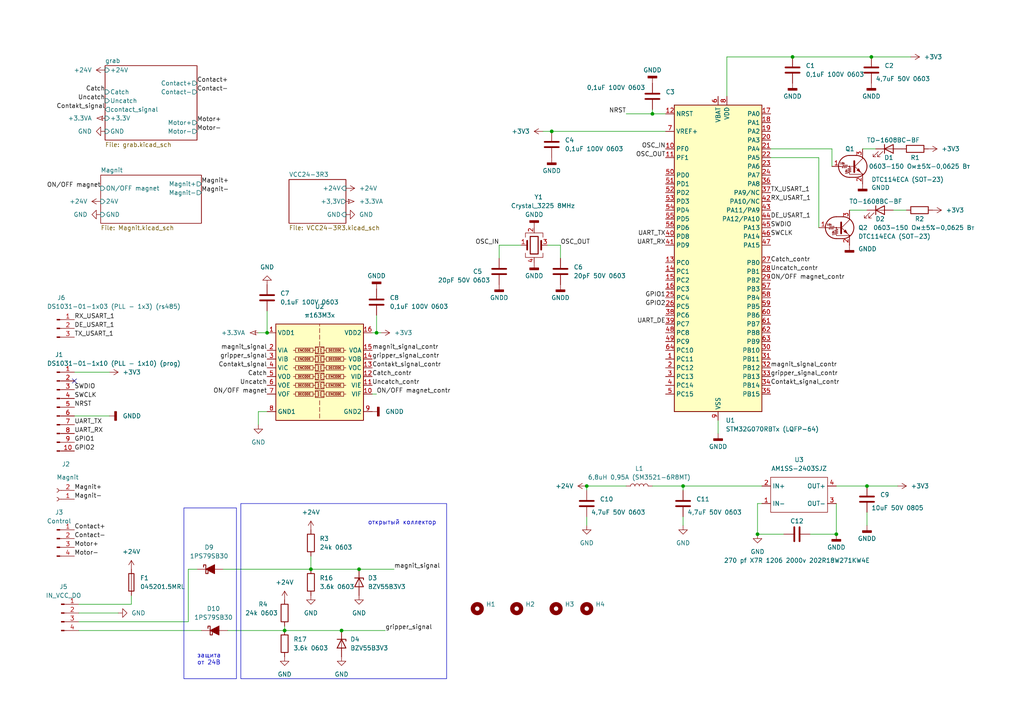
<source format=kicad_sch>
(kicad_sch (version 20230121) (generator eeschema)
  (paper "A4")
  (lib_symbols
    (symbol "+24V_1" (power) (pin_numbers hide) (pin_names (offset 0) hide)
      (property "Value" "+24V_1" (at 0 3.556 0))
      (symbol "+24V_1_1_1"
        (pin power_in line (at 0 0 90) (length 0) hide (name "+24V") (number "1"))
      )
    )
    (symbol "Connector:Conn_01x02_Socket" (pin_names (offset 1.016) hide)
      (property "Reference" "J" (at 0 2.54 0))
      (property "Value" "Conn_01x02_Socket" (at 0 -5.08 0))
      (symbol "Conn_01x02_Socket_1_1"
        (pin passive line (at -5.08 0 0) (length 3.81) (name "Pin_1") (number "1"))
        (pin passive line (at -5.08 -2.54 0) (length 3.81) (name "Pin_2") (number "2"))
      )
    )
    (symbol "Connector:Conn_01x03_Pin" (pin_names (offset 1.016) hide)
      (property "Reference" "J" (at 0 5.08 0))
      (property "Value" "Conn_01x03_Pin" (at 0 -5.08 0))
      (symbol "Conn_01x03_Pin_1_1"
        (pin passive line (at 5.08 2.54 180) (length 3.81) (name "Pin_1") (number "1"))
        (pin passive line (at 5.08 0 180) (length 3.81) (name "Pin_2") (number "2"))
        (pin passive line (at 5.08 -2.54 180) (length 3.81) (name "Pin_3") (number "3"))
      )
    )
    (symbol "Connector:Conn_01x04_Pin" (pin_names (offset 1.016) hide)
      (property "Reference" "J" (at 0 5.08 0))
      (property "Value" "Conn_01x04_Pin" (at 0 -7.62 0))
      (symbol "Conn_01x04_Pin_1_1"
        (pin passive line (at 5.08 2.54 180) (length 3.81) (name "Pin_1") (number "1"))
        (pin passive line (at 5.08 0 180) (length 3.81) (name "Pin_2") (number "2"))
        (pin passive line (at 5.08 -2.54 180) (length 3.81) (name "Pin_3") (number "3"))
        (pin passive line (at 5.08 -5.08 180) (length 3.81) (name "Pin_4") (number "4"))
      )
    )
    (symbol "Connector:Conn_01x10_Pin" (pin_names (offset 1.016) hide)
      (property "Reference" "J" (at 0 12.7 0))
      (property "Value" "Conn_01x10_Pin" (at 0 -15.24 0))
      (symbol "Conn_01x10_Pin_1_1"
        (pin passive line (at 5.08 10.16 180) (length 3.81) (name "Pin_1") (number "1"))
        (pin passive line (at 5.08 -12.7 180) (length 3.81) (name "Pin_10") (number "10"))
        (pin passive line (at 5.08 7.62 180) (length 3.81) (name "Pin_2") (number "2"))
        (pin passive line (at 5.08 5.08 180) (length 3.81) (name "Pin_3") (number "3"))
        (pin passive line (at 5.08 2.54 180) (length 3.81) (name "Pin_4") (number "4"))
        (pin passive line (at 5.08 0 180) (length 3.81) (name "Pin_5") (number "5"))
        (pin passive line (at 5.08 -2.54 180) (length 3.81) (name "Pin_6") (number "6"))
        (pin passive line (at 5.08 -5.08 180) (length 3.81) (name "Pin_7") (number "7"))
        (pin passive line (at 5.08 -7.62 180) (length 3.81) (name "Pin_8") (number "8"))
        (pin passive line (at 5.08 -10.16 180) (length 3.81) (name "Pin_9") (number "9"))
      )
    )
    (symbol "Converter_DCDC:AM1SS-"
      (property "Reference" "U" (at -1.27 2.54 0))
      (property "Value" "AM1SS-" (at 0 0 0))
      (symbol "AM1SS-_1_1"
        (pin input line (at -8.89 -5.08 0) (length 2.56) (name "IN-") (number "1"))
        (pin input line (at -8.89 -10.16 0) (length 2.56) (name "IN+") (number "2"))
        (pin output line (at 12.7 -5.08 180) (length 2.56) (name "OUT-") (number "3"))
        (pin output line (at 12.7 -10.16 180) (length 2.56) (name "OUT+") (number "4"))
      )
    )
    (symbol "Device:C" (pin_numbers hide) (pin_names (offset 0.254))
      (property "Reference" "C" (at 0.635 2.54 0))
      (property "Value" "C" (at 0.635 -2.54 0))
      (symbol "C_1_1"
        (pin passive line (at 0 3.81 270) (length 2.794) (name "~") (number "1"))
        (pin passive line (at 0 -3.81 90) (length 2.794) (name "~") (number "2"))
      )
    )
    (symbol "Device:Crystal_GND24" (pin_names (offset 1.016) hide)
      (property "Reference" "Y" (at 3.175 5.08 0))
      (property "Value" "Crystal_GND24" (at 3.175 3.175 0))
      (symbol "Crystal_GND24_1_1"
        (pin passive line (at -3.81 0 0) (length 1.27) (name "1") (number "1"))
        (pin passive line (at 0 5.08 270) (length 1.27) (name "2") (number "2"))
        (pin passive line (at 3.81 0 180) (length 1.27) (name "3") (number "3"))
        (pin passive line (at 0 -5.08 90) (length 1.27) (name "4") (number "4"))
      )
    )
    (symbol "Device:Fuse" (pin_numbers hide) (pin_names (offset 0))
      (property "Reference" "F" (at 2.032 0 90))
      (property "Value" "Fuse" (at -1.905 0 90))
      (symbol "Fuse_1_1"
        (pin passive line (at 0 3.81 270) (length 1.27) (name "~") (number "1"))
        (pin passive line (at 0 -3.81 90) (length 1.27) (name "~") (number "2"))
      )
    )
    (symbol "Device:L" (pin_numbers hide) (pin_names (offset 1.016) hide)
      (property "Reference" "L" (at -1.27 0 90))
      (property "Value" "L" (at 1.905 0 90))
      (symbol "L_1_1"
        (pin passive line (at 0 3.81 270) (length 1.27) (name "1") (number "1"))
        (pin passive line (at 0 -3.81 90) (length 1.27) (name "2") (number "2"))
      )
    )
    (symbol "Device:LED" (pin_numbers hide) (pin_names (offset 1.016) hide)
      (property "Reference" "D" (at 0 2.54 0))
      (property "Value" "LED" (at 0 -2.54 0))
      (symbol "LED_1_1"
        (pin passive line (at -3.81 0 0) (length 2.54) (name "K") (number "1"))
        (pin passive line (at 3.81 0 180) (length 2.54) (name "A") (number "2"))
      )
    )
    (symbol "Device:R" (pin_numbers hide) (pin_names (offset 0))
      (property "Reference" "R" (at 2.032 0 90))
      (property "Value" "R" (at 0 0 90))
      (symbol "R_1_1"
        (pin passive line (at 0 3.81 270) (length 1.27) (name "~") (number "1"))
        (pin passive line (at 0 -3.81 90) (length 1.27) (name "~") (number "2"))
      )
    )
    (symbol "Diode:BZV55B3V3" (pin_numbers hide) (pin_names hide)
      (property "Reference" "D" (at 0 2.54 0))
      (property "Value" "BZV55B3V3" (at 0 -2.54 0))
      (symbol "BZV55B3V3_1_1"
        (pin passive line (at -3.81 0 0) (length 2.54) (name "K") (number "1"))
        (pin passive line (at 3.81 0 180) (length 2.54) (name "A") (number "2"))
      )
    )
    (symbol "Isolator:π163M3x"
      (property "Reference" "U" (at 0 19.05 0))
      (property "Value" "π163M3x" (at 0 16.51 0))
      (symbol "π163M3x_0_0"
        (text "DECODE" (at -4.445 -5.08 0) (effects (font (size 0.635 0.635))))
        (text "DECODE" (at -4.445 -2.54 0) (effects (font (size 0.635 0.635))))
        (text "DECODE" (at -4.445 0 0) (effects (font (size 0.635 0.635))))
        (text "DECODE" (at 4.445 2.54 0) (effects (font (size 0.635 0.635))))
        (text "DECODE" (at 4.445 5.08 0) (effects (font (size 0.635 0.635))))
        (text "DECODE" (at 4.445 7.62 0) (effects (font (size 0.635 0.635))))
        (text "ENCODE" (at -4.445 2.54 0) (effects (font (size 0.635 0.635))))
        (text "ENCODE" (at -4.445 5.08 0) (effects (font (size 0.635 0.635))))
        (text "ENCODE" (at -4.445 7.62 0) (effects (font (size 0.635 0.635))))
        (text "ENCODE" (at 4.445 -5.08 0) (effects (font (size 0.635 0.635))))
        (text "ENCODE" (at 4.445 -2.54 0) (effects (font (size 0.635 0.635))))
        (text "ENCODE" (at 4.445 0 0) (effects (font (size 0.635 0.635))))
      )
      (symbol "π163M3x_1_1"
        (pin power_in line (at -15.24 12.7 0) (length 2.54) (name "VDD1") (number "1"))
        (pin input line (at 15.24 -5.08 180) (length 2.54) (name "VIF") (number "10"))
        (pin input line (at 15.24 -2.54 180) (length 2.54) (name "VIE") (number "11"))
        (pin input line (at 15.24 0 180) (length 2.54) (name "VID") (number "12"))
        (pin output line (at 15.24 2.54 180) (length 2.54) (name "VOC") (number "13"))
        (pin output line (at 15.24 5.08 180) (length 2.54) (name "VOB") (number "14"))
        (pin output line (at 15.24 7.62 180) (length 2.54) (name "VOA") (number "15"))
        (pin power_in line (at 15.24 12.7 180) (length 2.54) (name "VDD2") (number "16"))
        (pin input line (at -15.24 7.62 0) (length 2.54) (name "VIA") (number "2"))
        (pin input line (at -15.24 5.08 0) (length 2.54) (name "VIB") (number "3"))
        (pin input line (at -15.24 2.54 0) (length 2.54) (name "VIC") (number "4"))
        (pin output line (at -15.24 0 0) (length 2.54) (name "VOD") (number "5"))
        (pin output line (at -15.24 -2.54 0) (length 2.54) (name "VOE") (number "6"))
        (pin output line (at -15.24 -5.08 0) (length 2.54) (name "VOF") (number "7"))
        (pin power_in line (at -15.24 -10.16 0) (length 2.54) (name "GND1") (number "8"))
        (pin power_in line (at 15.24 -10.16 180) (length 2.54) (name "GND2") (number "9"))
      )
    )
    (symbol "MCU_ST_STM32G0:STM32G070RBTx"
      (property "Reference" "U" (at -12.7 46.99 0))
      (property "Value" "STM32G070RBTx" (at 5.08 46.99 0))
      (symbol "STM32G070RBTx_1_1"
        (pin bidirectional line (at -15.24 -27.94 0) (length 2.54) (name "PC11") (number "1"))
        (pin bidirectional line (at -15.24 33.02 0) (length 2.54) (name "PF0") (number "10"))
        (pin bidirectional line (at -15.24 30.48 0) (length 2.54) (name "PF1") (number "11"))
        (pin input line (at -15.24 43.18 0) (length 2.54) (name "NRST") (number "12"))
        (pin bidirectional line (at -15.24 0 0) (length 2.54) (name "PC0") (number "13"))
        (pin bidirectional line (at -15.24 -2.54 0) (length 2.54) (name "PC1") (number "14"))
        (pin bidirectional line (at -15.24 -5.08 0) (length 2.54) (name "PC2") (number "15"))
        (pin bidirectional line (at -15.24 -7.62 0) (length 2.54) (name "PC3") (number "16"))
        (pin bidirectional line (at 15.24 43.18 180) (length 2.54) (name "PA0") (number "17"))
        (pin bidirectional line (at 15.24 40.64 180) (length 2.54) (name "PA1") (number "18"))
        (pin bidirectional line (at 15.24 38.1 180) (length 2.54) (name "PA2") (number "19"))
        (pin bidirectional line (at -15.24 -30.48 0) (length 2.54) (name "PC12") (number "2"))
        (pin bidirectional line (at 15.24 35.56 180) (length 2.54) (name "PA3") (number "20"))
        (pin bidirectional line (at 15.24 33.02 180) (length 2.54) (name "PA4") (number "21"))
        (pin bidirectional line (at 15.24 30.48 180) (length 2.54) (name "PA5") (number "22"))
        (pin bidirectional line (at 15.24 27.94 180) (length 2.54) (name "PA6") (number "23"))
        (pin bidirectional line (at 15.24 25.4 180) (length 2.54) (name "PA7") (number "24"))
        (pin bidirectional line (at -15.24 -10.16 0) (length 2.54) (name "PC4") (number "25"))
        (pin bidirectional line (at -15.24 -12.7 0) (length 2.54) (name "PC5") (number "26"))
        (pin bidirectional line (at 15.24 0 180) (length 2.54) (name "PB0") (number "27"))
        (pin bidirectional line (at 15.24 -2.54 180) (length 2.54) (name "PB1") (number "28"))
        (pin bidirectional line (at 15.24 -5.08 180) (length 2.54) (name "PB2") (number "29"))
        (pin bidirectional line (at -15.24 -33.02 0) (length 2.54) (name "PC13") (number "3"))
        (pin bidirectional line (at 15.24 -25.4 180) (length 2.54) (name "PB10") (number "30"))
        (pin bidirectional line (at 15.24 -27.94 180) (length 2.54) (name "PB11") (number "31"))
        (pin bidirectional line (at 15.24 -30.48 180) (length 2.54) (name "PB12") (number "32"))
        (pin bidirectional line (at 15.24 -33.02 180) (length 2.54) (name "PB13") (number "33"))
        (pin bidirectional line (at 15.24 -35.56 180) (length 2.54) (name "PB14") (number "34"))
        (pin bidirectional line (at 15.24 -38.1 180) (length 2.54) (name "PB15") (number "35"))
        (pin bidirectional line (at 15.24 22.86 180) (length 2.54) (name "PA8") (number "36"))
        (pin bidirectional line (at 15.24 20.32 180) (length 2.54) (name "PA9/NC") (number "37"))
        (pin bidirectional line (at -15.24 -15.24 0) (length 2.54) (name "PC6") (number "38"))
        (pin bidirectional line (at -15.24 -17.78 0) (length 2.54) (name "PC7") (number "39"))
        (pin bidirectional line (at -15.24 -35.56 0) (length 2.54) (name "PC14") (number "4"))
        (pin bidirectional line (at -15.24 7.62 0) (length 2.54) (name "PD8") (number "40"))
        (pin bidirectional line (at -15.24 5.08 0) (length 2.54) (name "PD9") (number "41"))
        (pin bidirectional line (at 15.24 17.78 180) (length 2.54) (name "PA10/NC") (number "42"))
        (pin bidirectional line (at 15.24 15.24 180) (length 2.54) (name "PA11/PA9") (number "43"))
        (pin bidirectional line (at 15.24 12.7 180) (length 2.54) (name "PA12/PA10") (number "44"))
        (pin bidirectional line (at 15.24 10.16 180) (length 2.54) (name "PA13") (number "45"))
        (pin bidirectional line (at 15.24 7.62 180) (length 2.54) (name "PA14") (number "46"))
        (pin bidirectional line (at 15.24 5.08 180) (length 2.54) (name "PA15") (number "47"))
        (pin bidirectional line (at -15.24 -20.32 0) (length 2.54) (name "PC8") (number "48"))
        (pin bidirectional line (at -15.24 -22.86 0) (length 2.54) (name "PC9") (number "49"))
        (pin bidirectional line (at -15.24 -38.1 0) (length 2.54) (name "PC15") (number "5"))
        (pin bidirectional line (at -15.24 25.4 0) (length 2.54) (name "PD0") (number "50"))
        (pin bidirectional line (at -15.24 22.86 0) (length 2.54) (name "PD1") (number "51"))
        (pin bidirectional line (at -15.24 20.32 0) (length 2.54) (name "PD2") (number "52"))
        (pin bidirectional line (at -15.24 17.78 0) (length 2.54) (name "PD3") (number "53"))
        (pin bidirectional line (at -15.24 15.24 0) (length 2.54) (name "PD4") (number "54"))
        (pin bidirectional line (at -15.24 12.7 0) (length 2.54) (name "PD5") (number "55"))
        (pin bidirectional line (at -15.24 10.16 0) (length 2.54) (name "PD6") (number "56"))
        (pin bidirectional line (at 15.24 -7.62 180) (length 2.54) (name "PB3") (number "57"))
        (pin bidirectional line (at 15.24 -10.16 180) (length 2.54) (name "PB4") (number "58"))
        (pin bidirectional line (at 15.24 -12.7 180) (length 2.54) (name "PB5") (number "59"))
        (pin power_in line (at 0 48.26 270) (length 2.54) (name "VBAT") (number "6"))
        (pin bidirectional line (at 15.24 -15.24 180) (length 2.54) (name "PB6") (number "60"))
        (pin bidirectional line (at 15.24 -17.78 180) (length 2.54) (name "PB7") (number "61"))
        (pin bidirectional line (at 15.24 -20.32 180) (length 2.54) (name "PB8") (number "62"))
        (pin bidirectional line (at 15.24 -22.86 180) (length 2.54) (name "PB9") (number "63"))
        (pin bidirectional line (at -15.24 -25.4 0) (length 2.54) (name "PC10") (number "64"))
        (pin input line (at -15.24 38.1 0) (length 2.54) (name "VREF+") (number "7"))
        (pin power_in line (at 2.54 48.26 270) (length 2.54) (name "VDD") (number "8"))
        (pin power_in line (at 0 -45.72 90) (length 2.54) (name "VSS") (number "9"))
      )
    )
    (symbol "Mechanical:MountingHole" (pin_names (offset 1.016))
      (property "Reference" "H" (at 0 5.08 0))
      (property "Value" "MountingHole" (at 0 3.175 0))
    )
    (symbol "PCM_4ms_Power-symbol:+3.3VA" (power) (pin_numbers hide) (pin_names (offset 0) hide)
      (property "Value" "+3.3VA" (at 0 3.81 0))
      (symbol "+3.3VA_0_0"
        (pin power_in line (at 0 0 90) (length 0) hide (name "+3.3VA") (number "1"))
      )
    )
    (symbol "PCM_4ms_Power-symbol:GND" (power) (pin_numbers hide) (pin_names (offset 0) hide)
      (property "Value" "GND" (at 0 -3.81 0))
      (symbol "GND_1_1"
        (pin power_in line (at 0 0 270) (length 0) hide (name "GND") (number "1"))
      )
    )
    (symbol "PCM_Diode_Schottky_AKL:1PS79SB30" (pin_numbers hide) (pin_names (offset 1.016) hide)
      (property "Reference" "D" (at 0 6.35 0))
      (property "Value" "1PS79SB30" (at 0 3.81 0))
      (symbol "1PS79SB30_1_1"
        (pin passive line (at 3.81 0 180) (length 2.54) (name "K") (number "1"))
        (pin passive line (at -3.81 0 0) (length 2.54) (name "A") (number "2"))
      )
    )
    (symbol "Transistor_BJT:DTC114E" (pin_names (offset 0) hide)
      (property "Reference" "Q" (at 5.08 1.905 0))
      (property "Value" "DTC114E" (at 5.08 0 0))
      (symbol "DTC114E_0_0"
        (text "10k" (at -3.302 0.889 0) (effects (font (size 0.508 0.508))))
        (text "10k" (at -2.159 -1.524 900) (effects (font (size 0.508 0.508))))
      )
      (symbol "DTC114E_1_1"
        (pin input line (at -6.35 0 0) (length 2.54) (name "B") (number "1"))
        (pin passive line (at 2.54 -5.08 90) (length 2.54) (name "E") (number "2"))
        (pin passive line (at 2.54 5.08 270) (length 2.54) (name "C") (number "3"))
      )
    )
    (symbol "power:+3V3" (power) (pin_numbers hide) (pin_names (offset 0) hide)
      (property "Value" "+3V3" (at 0 3.556 0))
      (symbol "+3V3_1_1"
        (pin power_in line (at 0 0 90) (length 0) hide (name "+3V3") (number "1"))
      )
    )
    (symbol "power:GNDD" (power) (pin_numbers hide) (pin_names (offset 0) hide)
      (property "Value" "GNDD" (at 0 -3.175 0))
      (symbol "GNDD_1_1"
        (pin power_in line (at 0 0 270) (length 0) hide (name "GNDD") (number "1"))
      )
    )
  )
  (junction (at 189.23 33.02))
  (junction (at 82.55 182.88))
  (junction (at 104.14 165.1))
  (junction (at 251.46 140.97))
  (junction (at 229.87 16.51))
  (junction (at 198.12 140.97))
  (junction (at 90.17 165.1))
  (junction (at 160.02 38.1))
  (junction (at 252.73 16.51))
  (junction (at 77.47 96.52))
  (junction (at 99.06 182.88))
  (junction (at 170.18 140.97))
  (junction (at 109.22 96.52))
  (junction (at 242.57 154.94))
  (junction (at 219.71 154.94))
  (no_connect (at 21.59 110.49))
  (wire (pts (xy 160.02 38.1) (xy 193.04 38.1)))
  (wire (pts (xy 241.3 43.18) (xy 241.3 48.26)))
  (wire (pts (xy 107.95 114.3) (xy 109.22 114.3)))
  (wire (pts (xy 22.86 177.8) (xy 34.29 177.8)))
  (wire (pts (xy 210.82 16.51) (xy 229.87 16.51)))
  (wire (pts (xy 22.86 182.88) (xy 58.42 182.88)))
  (wire (pts (xy 82.55 182.88) (xy 99.06 182.88)))
  (wire (pts (xy 252.73 16.51) (xy 264.16 16.51)))
  (wire (pts (xy 54.61 165.1) (xy 54.61 180.34)))
  (wire (pts (xy 110.49 96.52) (xy 109.22 96.52)))
  (wire (pts (xy 189.23 33.02) (xy 189.23 31.75)))
  (wire (pts (xy 66.04 182.88) (xy 82.55 182.88)))
  (wire (pts (xy 219.71 154.94) (xy 227.33 154.94)))
  (wire (pts (xy 64.77 165.1) (xy 90.17 165.1)))
  (wire (pts (xy 237.49 45.72) (xy 223.52 45.72)))
  (wire (pts (xy 219.71 146.05) (xy 219.71 154.94)))
  (wire (pts (xy 151.13 71.12) (xy 144.78 71.12)))
  (wire (pts (xy 21.59 107.95) (xy 31.75 107.95)))
  (wire (pts (xy 229.87 16.51) (xy 252.73 16.51)))
  (wire (pts (xy 242.57 146.05) (xy 242.57 154.94)))
  (wire (pts (xy 181.61 33.02) (xy 189.23 33.02)))
  (wire (pts (xy 144.78 71.12) (xy 144.78 74.93)))
  (wire (pts (xy 74.93 119.38) (xy 74.93 123.19)))
  (wire (pts (xy 210.82 16.51) (xy 210.82 27.94)))
  (wire (pts (xy 158.75 71.12) (xy 162.56 71.12)))
  (wire (pts (xy 170.18 140.97) (xy 181.61 140.97)))
  (wire (pts (xy 193.04 33.02) (xy 189.23 33.02)))
  (wire (pts (xy 31.75 120.65) (xy 21.59 120.65)))
  (wire (pts (xy 77.47 90.17) (xy 77.47 96.52)))
  (wire (pts (xy 107.95 96.52) (xy 109.22 96.52)))
  (wire (pts (xy 22.86 175.26) (xy 38.1 175.26)))
  (wire (pts (xy 90.17 165.1) (xy 104.14 165.1)))
  (wire (pts (xy 220.98 146.05) (xy 219.71 146.05)))
  (wire (pts (xy 198.12 140.97) (xy 220.98 140.97)))
  (wire (pts (xy 82.55 181.61) (xy 82.55 182.88)))
  (wire (pts (xy 109.22 91.44) (xy 109.22 96.52)))
  (wire (pts (xy 189.23 140.97) (xy 198.12 140.97)))
  (wire (pts (xy 90.17 161.29) (xy 90.17 165.1)))
  (wire (pts (xy 254 43.18) (xy 250.19 43.18)))
  (wire (pts (xy 259.08 60.96) (xy 262.89 60.96)))
  (wire (pts (xy 251.46 148.59) (xy 251.46 152.4)))
  (wire (pts (xy 74.93 96.52) (xy 77.47 96.52)))
  (wire (pts (xy 54.61 165.1) (xy 57.15 165.1)))
  (wire (pts (xy 77.47 119.38) (xy 74.93 119.38)))
  (wire (pts (xy 234.95 154.94) (xy 242.57 154.94)))
  (wire (pts (xy 198.12 149.86) (xy 198.12 152.4)))
  (wire (pts (xy 99.06 182.88) (xy 111.76 182.88)))
  (wire (pts (xy 223.52 43.18) (xy 241.3 43.18)))
  (wire (pts (xy 170.18 149.86) (xy 170.18 152.4)))
  (wire (pts (xy 22.86 180.34) (xy 54.61 180.34)))
  (wire (pts (xy 38.1 175.26) (xy 38.1 172.72)))
  (wire (pts (xy 242.57 140.97) (xy 251.46 140.97)))
  (wire (pts (xy 157.48 38.1) (xy 160.02 38.1)))
  (wire (pts (xy 246.38 60.96) (xy 251.46 60.96)))
  (wire (pts (xy 170.18 142.24) (xy 170.18 140.97)))
  (wire (pts (xy 198.12 142.24) (xy 198.12 140.97)))
  (wire (pts (xy 162.56 71.12) (xy 162.56 74.93)))
  (wire (pts (xy 251.46 140.97) (xy 260.35 140.97)))
  (wire (pts (xy 237.49 45.72) (xy 237.49 66.04)))
  (wire (pts (xy 104.14 165.1) (xy 114.3 165.1)))
  (wire (pts (xy 208.28 121.92) (xy 208.28 125.73)))
  (rectangle (start 53.34 147.32) (end 68.58 196.85))
  (rectangle (start 69.85 146.05) (end 129.54 196.85))
  (text "защита\nот 24В" (at 57.15 193.04 0) (effects (font (size 1.27 1.27)) (justify left bottom)))
  (text "открытый коллектор" (at 106.68 152.4 0) (effects (font (size 1.27 1.27)) (justify left bottom)))
  (label "Magnit-" (at 58.42 55.88 0))
  (label "magnit_signal" (at 114.3 165.1 0))
  (label "Contact-" (at 57.15 26.67 0))
  (label "Motor-" (at 57.15 38.1 0))
  (label "UART_RX" (at 21.59 125.73 0))
  (label "NRST" (at 181.61 33.02 180))
  (label "magnit_signal" (at 77.47 101.6 180))
  (label "Catch" (at 77.47 109.22 180))
  (label "UART_TX" (at 193.04 68.58 180))
  (label "RX_USART_1" (at 21.59 92.71 0))
  (label "ON{slash}OFF magnet" (at 77.47 114.3 180))
  (label "SWCLK" (at 223.52 68.58 0))
  (label "SWDIO" (at 223.52 66.04 0))
  (label "Uncatch" (at 77.47 111.76 180))
  (label "OSC_IN" (at 193.04 43.18 180))
  (label "Contact+" (at 57.15 24.13 0))
  (label "GPIO1" (at 21.59 128.27 0))
  (label "TX_USART_1" (at 21.59 97.79 0))
  (label "UART_TX" (at 21.59 123.19 0))
  (label "OSC_OUT" (at 162.56 71.12 0))
  (label "UART_DE" (at 193.04 93.98 180))
  (label "Contact-" (at 21.59 156.21 0))
  (label "GPIO1" (at 193.04 86.36 180))
  (label "Magnit-" (at 21.59 144.78 0))
  (label "SWDIO" (at 21.59 113.03 0))
  (label "ON{slash}OFF magnet" (at 29.21 54.61 180))
  (label "OSC_IN" (at 144.78 71.12 180))
  (label "magnit_signal_contr" (at 223.52 106.68 0))
  (label "SWCLK" (at 21.59 115.57 0))
  (label "DE_USART_1" (at 223.52 63.5 0))
  (label "GPIO2" (at 21.59 130.81 0))
  (label "Contact+" (at 21.59 153.67 0))
  (label "UART_RX" (at 193.04 71.12 180))
  (label "DE_USART_1" (at 21.59 95.25 0))
  (label "gripper_signal" (at 111.76 182.88 0))
  (label "Contakt_signal" (at 30.48 31.75 180))
  (label "magnit_signal_contr" (at 107.95 101.6 0))
  (label "Contakt_signal_contr" (at 223.52 111.76 0))
  (label "RX_USART_1" (at 223.52 58.42 0))
  (label "Motor-" (at 21.59 161.29 0))
  (label "gripper_signal_contr" (at 223.52 109.22 0))
  (label "Contakt_signal" (at 77.47 106.68 180))
  (label "Uncatch_contr" (at 223.52 78.74 0))
  (label "OSC_OUT" (at 193.04 45.72 180))
  (label "gripper_signal_contr" (at 107.95 104.14 0))
  (label "Magnit+" (at 58.42 53.34 0))
  (label "Catch" (at 30.48 26.67 180))
  (label "Magnit+" (at 21.59 142.24 0))
  (label "Motor+" (at 57.15 35.56 0))
  (label "NRST" (at 21.59 118.11 0))
  (label "ON{slash}OFF magnet_contr" (at 109.22 114.3 0))
  (label "Uncatch_contr" (at 107.95 111.76 0))
  (label "Catch_contr" (at 107.95 109.22 0))
  (label "TX_USART_1" (at 223.52 55.88 0))
  (label "GPIO2" (at 193.04 88.9 180))
  (label "gripper_signal" (at 77.47 104.14 180))
  (label "Catch_contr" (at 223.52 76.2 0))
  (label "Contakt_signal_contr" (at 107.95 106.68 0))
  (label "Motor+" (at 21.59 158.75 0))
  (label "ON{slash}OFF magnet_contr" (at 223.52 81.28 0))
  (label "Uncatch" (at 30.48 29.21 180))
  (symbol (lib_name "+24V_1") (lib_id "power:+24V") (at 170.18 140.97 90) (unit 1)
    (property "Reference" "#PWR035" (effects hide))
    (property "Value" "+24V" (at 166.37 140.97 90) (effects (justify left)))
  )
  (symbol (lib_id "power:GNDD") (at 189.23 24.13 180) (unit 1)
    (property "Reference" "#PWR03" (effects hide))
    (property "Value" "GNDD" (at 189.23 20.32 0))
  )
  (symbol (lib_id "Device:C") (at 109.22 87.63 0) (unit 1)
    (property "Reference" "C8" (at 113.03 86.36 0) (effects (justify left)))
    (property "Value" "0,1uF 100V 0603" (at 113.03 88.9 0) (effects (justify left)))
    (property "Footprint" "Capacitor_SMD:C_0603_1608Metric" (effects hide))
  )
  (symbol (lib_name "+24V_1") (lib_id "power:+24V") (at 38.1 165.1 0) (unit 1)
    (property "Reference" "#PWR043" (effects hide))
    (property "Value" "+24V" (at 38.1 160.02 0))
  )
  (symbol (lib_id "Device:C") (at 229.87 20.32 0) (unit 1)
    (property "Reference" "C1" (at 233.68 19.05 0) (effects (justify left)))
    (property "Value" "0,1uF 100V 0603" (at 233.68 21.59 0) (effects (justify left)))
    (property "Footprint" "Capacitor_SMD:C_0603_1608Metric" (effects hide))
  )
  (symbol (lib_id "PCM_4ms_Power-symbol:+3.3VA") (at 100.33 58.42 270) (unit 1)
    (property "Reference" "#PWR016" (effects hide))
    (property "Value" "+3.3VA" (at 104.14 58.42 90) (effects (justify left)))
  )
  (symbol (lib_id "Mechanical:MountingHole") (at 149.86 176.53 0) (unit 1)
    (property "Reference" "H2" (at 152.4 175.26 0) (effects (justify left)))
    (property "Value" "MountingHole" (effects hide))
    (property "Footprint" "MountingHole:MountingHole_2.5mm" (effects hide))
  )
  (symbol (lib_id "Device:R") (at 266.7 60.96 90) (unit 1)
    (property "Reference" "R2" (at 266.7 63.5 90))
    (property "Value" "0603-150 Ом±5%-0,0625 Вт" (at 267.97 66.04 90))
    (property "Footprint" "Resistor_SMD:R_0603_1608Metric" (effects hide))
  )
  (symbol (lib_id "power:GNDD") (at 250.19 53.34 0) (unit 1)
    (property "Reference" "#PWR013" (effects hide))
    (property "Value" "GNDD" (at 252.73 54.4195 0) (effects (justify left)))
  )
  (symbol (lib_name "+24V_1") (lib_id "power:+24V") (at 29.21 58.42 90) (mirror x) (unit 1)
    (property "Reference" "#PWR015" (effects hide))
    (property "Value" "+24V" (at 25.4 58.42 90) (effects (justify left)))
  )
  (symbol (lib_id "power:GNDD") (at 160.02 45.72 0) (unit 1)
    (property "Reference" "#PWR012" (effects hide))
    (property "Value" "GNDD" (at 160.02 49.53 0))
  )
  (symbol (lib_id "Transistor_BJT:DTC114E") (at 247.65 48.26 0) (unit 1)
    (property "Reference" "Q1" (at 245.11 43.18 0) (effects (justify left)))
    (property "Value" "DTC114ECA (SOT-23)" (at 252.73 52.07 0) (effects (justify left)))
    (property "Footprint" "Package_TO_SOT_SMD:SOT-23" (effects hide))
  )
  (symbol (lib_id "PCM_4ms_Power-symbol:GND") (at 99.06 190.5 0) (unit 1)
    (property "Reference" "#PWR045" (effects hide))
    (property "Value" "GND" (at 99.06 195.58 0))
  )
  (symbol (lib_id "power:+3V3") (at 264.16 16.51 270) (unit 1)
    (property "Reference" "#PWR01" (effects hide))
    (property "Value" "+3V3" (at 267.97 16.51 90) (effects (justify left)))
  )
  (symbol (lib_id "Transistor_BJT:DTC114E") (at 243.84 66.04 0) (unit 1)
    (property "Reference" "Q2" (at 248.92 66.04 0) (effects (justify left)))
    (property "Value" "DTC114ECA (SOT-23)" (at 248.92 68.58 0) (effects (justify left)))
    (property "Footprint" "Package_TO_SOT_SMD:SOT-23" (effects hide))
  )
  (symbol (lib_id "PCM_4ms_Power-symbol:GND") (at 100.33 62.23 90) (unit 1)
    (property "Reference" "#PWR019" (effects hide))
    (property "Value" "GND" (at 104.14 62.23 90) (effects (justify right)))
  )
  (symbol (lib_id "power:+3V3") (at 269.24 43.18 270) (unit 1)
    (property "Reference" "#PWR011" (effects hide))
    (property "Value" "+3V3" (at 273.05 43.18 90) (effects (justify left)))
  )
  (symbol (lib_id "Device:C") (at 198.12 146.05 0) (unit 1)
    (property "Reference" "C11" (at 201.93 144.78 0) (effects (justify left)))
    (property "Value" "4,7uF 50V 0603" (at 199.39 148.59 0) (effects (justify left)))
    (property "Footprint" "PCM_Capacitor_SMD_AKL:C_0603_1608Metric" (effects hide))
  )
  (symbol (lib_id "power:+3V3") (at 270.51 60.96 270) (unit 1)
    (property "Reference" "#PWR017" (effects hide))
    (property "Value" "+3V3" (at 274.32 60.96 90) (effects (justify left)))
  )
  (symbol (lib_id "PCM_4ms_Power-symbol:GND") (at 90.17 172.72 0) (unit 1)
    (property "Reference" "#PWR054" (effects hide))
    (property "Value" "GND" (at 90.17 177.8 0))
  )
  (symbol (lib_name "+24V_1") (lib_id "power:+24V") (at 82.55 173.99 0) (unit 1)
    (property "Reference" "#PWR057" (effects hide))
    (property "Value" "+24V" (at 82.55 168.91 0))
  )
  (symbol (lib_id "Device:R") (at 90.17 157.48 0) (unit 1)
    (property "Reference" "R3" (at 92.71 156.21 0) (effects (justify left)))
    (property "Value" "24k 0603" (at 92.71 158.75 0) (effects (justify left)))
    (property "Footprint" "Resistor_SMD:R_0603_1608Metric" (effects hide))
  )
  (symbol (lib_name "+24V_1") (lib_id "power:+24V") (at 100.33 54.61 270) (unit 1)
    (property "Reference" "#PWR014" (effects hide))
    (property "Value" "+24V" (at 104.14 54.61 90) (effects (justify left)))
  )
  (symbol (lib_id "Device:LED") (at 255.27 60.96 0) (unit 1)
    (property "Reference" "D2" (at 255.27 63.5 0))
    (property "Value" "TO-1608BC-BF" (at 254 58.42 0))
    (property "Footprint" "LED_SMD:LED_0603_1608Metric" (effects hide))
  )
  (symbol (lib_id "Device:R") (at 90.17 168.91 0) (unit 1)
    (property "Reference" "R16" (at 92.71 167.64 0) (effects (justify left)))
    (property "Value" "3.6k 0603" (at 92.71 170.18 0) (effects (justify left)))
    (property "Footprint" "Resistor_SMD:R_0603_1608Metric" (effects hide))
  )
  (symbol (lib_id "power:+3V3") (at 157.48 38.1 90) (unit 1)
    (property "Reference" "#PWR010" (effects hide))
    (property "Value" "+3V3" (at 153.67 38.1 90) (effects (justify left)))
  )
  (symbol (lib_id "Device:C") (at 189.23 27.94 0) (unit 1)
    (property "Reference" "C3" (at 193.04 26.67 0) (effects (justify left)))
    (property "Value" "0,1uF 100V 0603" (at 170.18 25.4 0) (effects (justify left)))
    (property "Footprint" "Capacitor_SMD:C_0603_1608Metric" (effects hide))
  )
  (symbol (lib_id "Connector:Conn_01x04_Pin") (at 16.51 156.21 0) (unit 1) (in_bom no)
    (property "Reference" "J3" (at 17.145 148.59 0))
    (property "Value" "Control" (at 17.145 151.13 0))
    (property "Footprint" "Connector:PAD_1.5x2mm_4" (effects hide))
  )
  (symbol (lib_id "Device:Crystal_GND24") (at 154.94 71.12 0) (unit 1)
    (property "Reference" "Y1" (at 156.21 57.15 0))
    (property "Value" "Crystal_3225 8MHz" (at 157.48 59.69 0))
    (property "Footprint" "PCM_Crystal_AKL:Crystal_SMD_3225-4Pin_3.2x2.5mm" (effects hide))
  )
  (symbol (lib_id "Device:C") (at 231.14 154.94 90) (unit 1)
    (property "Reference" "C12" (at 231.14 151.13 90))
    (property "Value" "270 pf X7R 1206 2000v 202R18W271KW4E" (at 231.14 162.56 90))
    (property "Footprint" "PCM_Capacitor_SMD_Handsoldering_AKL:C_1210_3225Metric_Pad1.42x2.65mm" (effects hide))
  )
  (symbol (lib_id "PCM_4ms_Power-symbol:+3.3VA") (at 74.93 96.52 90) (unit 1)
    (property "Reference" "#PWR030" (effects hide))
    (property "Value" "+3.3VA" (at 71.12 96.52 90) (effects (justify left)))
  )
  (symbol (lib_id "MCU_ST_STM32G0:STM32G070RBTx") (at 208.28 76.2 0) (unit 1)
    (property "Reference" "U1" (at 210.4741 121.92 0) (effects (justify left)))
    (property "Value" "STM32G070RBTx (LQFP-64)" (at 210.4741 124.46 0) (effects (justify left)))
    (property "Footprint" "Package_QFP:LQFP-64_10x10mm_P0.5mm" (effects hide))
    (property "Datasheet" "https://www.st.com/resource/en/datasheet/stm32g070rb.pdf" (effects hide))
  )
  (symbol (lib_id "Device:C") (at 170.18 146.05 0) (unit 1)
    (property "Reference" "C10" (at 173.99 144.78 0) (effects (justify left)))
    (property "Value" "4,7uF 50V 0603" (at 171.45 148.59 0) (effects (justify left)))
    (property "Footprint" "PCM_Capacitor_SMD_AKL:C_0603_1608Metric" (effects hide))
  )
  (symbol (lib_id "Mechanical:MountingHole") (at 138.43 176.53 0) (unit 1)
    (property "Reference" "H1" (at 140.97 175.26 0) (effects (justify left)))
    (property "Value" "MountingHole" (effects hide))
    (property "Footprint" "MountingHole:MountingHole_2.5mm" (effects hide))
  )
  (symbol (lib_id "PCM_4ms_Power-symbol:GND") (at 198.12 152.4 0) (unit 1)
    (property "Reference" "#PWR038" (effects hide))
    (property "Value" "GND" (at 198.12 157.48 0))
  )
  (symbol (lib_id "Device:C") (at 252.73 20.32 0) (unit 1)
    (property "Reference" "C2" (at 256.54 19.05 0) (effects (justify left)))
    (property "Value" "4,7uF 50V 0603" (at 254 22.86 0) (effects (justify left)))
    (property "Footprint" "PCM_Capacitor_SMD_AKL:C_0603_1608Metric" (effects hide))
  )
  (symbol (lib_id "Device:C") (at 77.47 86.36 0) (unit 1)
    (property "Reference" "C7" (at 81.28 85.09 0) (effects (justify left)))
    (property "Value" "0,1uF 100V 0603" (at 81.28 87.63 0) (effects (justify left)))
    (property "Footprint" "Capacitor_SMD:C_0603_1608Metric" (effects hide))
  )
  (symbol (lib_id "PCM_4ms_Power-symbol:GND") (at 30.48 38.1 270) (mirror x) (unit 1)
    (property "Reference" "#PWR09" (effects hide))
    (property "Value" "GND" (at 26.67 38.1 90) (effects (justify right)))
  )
  (symbol (lib_id "Device:L") (at 185.42 140.97 90) (unit 1)
    (property "Reference" "L1" (at 185.42 135.89 90))
    (property "Value" "6,8uH 0,95A (SM3521-6R8MT)" (at 185.42 138.43 90))
    (property "Footprint" "PCM_Inductor_SMD_Handsoldering_AKL:L_Wuerth_MAPI-3020" (effects hide))
  )
  (symbol (lib_id "Device:C") (at 144.78 78.74 0) (unit 1)
    (property "Reference" "C5" (at 137.16 78.74 0) (effects (justify left)))
    (property "Value" "20pF 50V 0603" (at 127 81.28 0) (effects (justify left)))
    (property "Footprint" "Capacitor_SMD:C_0603_1608Metric" (effects hide))
  )
  (symbol (lib_id "PCM_4ms_Power-symbol:GND") (at 29.21 62.23 270) (mirror x) (unit 1)
    (property "Reference" "#PWR018" (effects hide))
    (property "Value" "GND" (at 25.4 62.23 90) (effects (justify right)))
  )
  (symbol (lib_id "Device:R") (at 82.55 177.8 180) (unit 1)
    (property "Reference" "R4" (at 74.93 175.26 0) (effects (justify right)))
    (property "Value" "24k 0603" (at 71.12 177.8 0) (effects (justify right)))
    (property "Footprint" "Resistor_SMD:R_0603_1608Metric" (effects hide))
  )
  (symbol (lib_id "power:GNDD") (at 251.46 152.4 0) (unit 1)
    (property "Reference" "#PWR039" (effects hide))
    (property "Value" "GNDD" (at 251.46 156.21 0))
  )
  (symbol (lib_id "Diode:BZV55B3V3") (at 99.06 186.69 270) (unit 1)
    (property "Reference" "D4" (at 101.6 185.42 90) (effects (justify left)))
    (property "Value" "BZV55B3V3" (at 101.6 187.96 90) (effects (justify left)))
    (property "Footprint" "Diode_SMD:D_MiniMELF" (effects hide))
    (property "Datasheet" "https://assets.nexperia.com/documents/data-sheet/BZV55_SER.pdf" (effects hide))
  )
  (symbol (lib_id "power:GNDD") (at 229.87 24.13 0) (unit 1)
    (property "Reference" "#PWR04" (effects hide))
    (property "Value" "GNDD" (at 229.87 27.94 0))
  )
  (symbol (lib_id "PCM_4ms_Power-symbol:GND") (at 82.55 190.5 0) (unit 1)
    (property "Reference" "#PWR055" (effects hide))
    (property "Value" "GND" (at 82.55 195.58 0))
  )
  (symbol (lib_id "Connector:Conn_01x02_Socket") (at 16.51 144.78 180) (unit 1) (in_bom no)
    (property "Reference" "J2" (at 20.32 134.62 0) (effects (justify left)))
    (property "Value" "Magnit" (at 22.86 138.43 0) (effects (justify left)))
    (property "Footprint" "Connector:PAD_1.5x2mm_2" (effects hide))
  )
  (symbol (lib_id "Device:R") (at 265.43 43.18 90) (unit 1)
    (property "Reference" "R1" (at 265.43 45.72 90))
    (property "Value" "0603-150 Ом±5%-0,0625 Вт" (at 266.7 48.26 90))
    (property "Footprint" "Resistor_SMD:R_0603_1608Metric" (effects hide))
  )
  (symbol (lib_name "+24V_1") (lib_id "power:+24V") (at 90.17 153.67 0) (unit 1)
    (property "Reference" "#PWR056" (effects hide))
    (property "Value" "+24V" (at 90.17 148.59 0))
  )
  (symbol (lib_id "Device:C") (at 251.46 144.78 0) (unit 1)
    (property "Reference" "C9" (at 255.27 143.51 0) (effects (justify left)))
    (property "Value" "10uF 50V 0805" (at 252.73 147.32 0) (effects (justify left)))
    (property "Footprint" "PCM_Capacitor_SMD_AKL:C_0805_2012Metric" (effects hide))
  )
  (symbol (lib_id "Diode:BZV55B3V3") (at 104.14 168.91 270) (unit 1)
    (property "Reference" "D3" (at 106.68 167.64 90) (effects (justify left)))
    (property "Value" "BZV55B3V3" (at 106.68 170.18 90) (effects (justify left)))
    (property "Footprint" "Diode_SMD:D_MiniMELF" (effects hide))
    (property "Datasheet" "https://assets.nexperia.com/documents/data-sheet/BZV55_SER.pdf" (effects hide))
  )
  (symbol (lib_id "PCM_Diode_Schottky_AKL:1PS79SB30") (at 62.23 182.88 180) (unit 1)
    (property "Reference" "D10" (at 61.9125 176.53 0))
    (property "Value" "1PS79SB30" (at 61.9125 179.07 0))
    (property "Footprint" "Diode_SMD:D_SOD-523" (effects hide))
    (property "Datasheet" "https://www.tme.eu/Document/b834b7aafe3a6b0253cfd236312b91c0/1PS79SB30.pdf" (effects hide))
  )
  (symbol (lib_id "Device:Fuse") (at 38.1 168.91 0) (unit 1)
    (property "Reference" "F1" (at 40.64 167.64 0) (effects (justify left)))
    (property "Value" "045201.5MRL" (at 40.64 170.18 0) (effects (justify left)))
    (property "Footprint" "Fuse:Fuse_Littelfuse-NANO2-451_453" (effects hide))
  )
  (symbol (lib_id "power:GNDD") (at 31.75 120.65 90) (unit 1)
    (property "Reference" "#PWR026" (effects hide))
    (property "Value" "GNDD" (at 35.56 120.65 90) (effects (justify right)))
  )
  (symbol (lib_id "power:GNDD") (at 208.28 125.73 0) (unit 1)
    (property "Reference" "#PWR032" (effects hide))
    (property "Value" "GNDD" (at 208.28 129.54 0))
  )
  (symbol (lib_id "PCM_4ms_Power-symbol:GND") (at 170.18 152.4 0) (unit 1)
    (property "Reference" "#PWR037" (effects hide))
    (property "Value" "GND" (at 170.18 157.48 0))
  )
  (symbol (lib_id "Connector:Conn_01x03_Pin") (at 16.51 95.25 0) (unit 1)
    (property "Reference" "J6" (at 17.78 86.36 0))
    (property "Value" "DS1031-01-1х03 (PLL - 1х3) (rs485)" (at 33.02 88.9 0))
    (property "Footprint" "Connector_PinHeader_1.27mm:PinHeader_1x03_P1.27mm_Vertical" (effects hide))
  )
  (symbol (lib_id "power:GNDD") (at 154.94 76.2 0) (unit 1)
    (property "Reference" "#PWR022" (effects hide))
    (property "Value" "GNDD" (at 154.94 80.01 0))
  )
  (symbol (lib_id "Device:C") (at 162.56 78.74 0) (unit 1)
    (property "Reference" "C6" (at 166.37 77.47 0) (effects (justify left)))
    (property "Value" "20pF 50V 0603" (at 166.37 80.01 0) (effects (justify left)))
    (property "Footprint" "Capacitor_SMD:C_0603_1608Metric" (effects hide))
  )
  (symbol (lib_id "PCM_4ms_Power-symbol:GND") (at 219.71 154.94 0) (unit 1)
    (property "Reference" "#PWR040" (effects hide))
    (property "Value" "GND" (at 219.71 160.02 0))
  )
  (symbol (lib_id "PCM_4ms_Power-symbol:GND") (at 74.93 123.19 0) (unit 1)
    (property "Reference" "#PWR034" (effects hide))
    (property "Value" "GND" (at 74.93 128.27 0))
  )
  (symbol (lib_id "PCM_Diode_Schottky_AKL:1PS79SB30") (at 60.96 165.1 180) (unit 1)
    (property "Reference" "D9" (at 60.6425 158.75 0))
    (property "Value" "1PS79SB30" (at 60.6425 161.29 0))
    (property "Footprint" "Diode_SMD:D_SOD-523" (effects hide))
    (property "Datasheet" "https://www.tme.eu/Document/b834b7aafe3a6b0253cfd236312b91c0/1PS79SB30.pdf" (effects hide))
  )
  (symbol (lib_id "PCM_4ms_Power-symbol:GND") (at 104.14 172.72 0) (unit 1)
    (property "Reference" "#PWR042" (effects hide))
    (property "Value" "GND" (at 104.14 177.8 0))
  )
  (symbol (lib_id "Device:C") (at 160.02 41.91 0) (unit 1)
    (property "Reference" "C4" (at 163.83 40.64 0) (effects (justify left)))
    (property "Value" "0,1uF 100V 0603" (at 163.83 43.18 0) (effects (justify left)))
    (property "Footprint" "Capacitor_SMD:C_0603_1608Metric" (effects hide))
  )
  (symbol (lib_id "Mechanical:MountingHole") (at 161.29 176.53 0) (unit 1)
    (property "Reference" "H3" (at 163.83 175.26 0) (effects (justify left)))
    (property "Value" "MountingHole" (effects hide))
    (property "Footprint" "MountingHole:MountingHole_2.5mm" (effects hide))
  )
  (symbol (lib_id "PCM_4ms_Power-symbol:GND") (at 34.29 177.8 90) (unit 1)
    (property "Reference" "#PWR044" (effects hide))
    (property "Value" "GND" (at 38.1 177.8 90) (effects (justify right)))
  )
  (symbol (lib_id "power:+3V3") (at 110.49 96.52 270) (unit 1)
    (property "Reference" "#PWR031" (effects hide))
    (property "Value" "+3V3" (at 114.3 96.52 90) (effects (justify left)))
  )
  (symbol (lib_id "Converter_DCDC:AM1SS-") (at 229.87 151.13 0) (mirror x) (unit 1)
    (property "Reference" "U3" (at 231.775 133.35 0))
    (property "Value" "AM1SS-2403SJZ" (at 231.775 135.89 0))
    (property "Footprint" "Converter_DCDC:Converter_DCDC_Murata_MEE1SxxxxSC_THT" (effects hide))
    (property "Datasheet" "https://www.aimtec.com/site/Aimtec/files/Datasheet/HighResolution/am1ss-jz.pdf" (effects hide))
  )
  (symbol (lib_id "power:+3V3") (at 260.35 140.97 270) (unit 1)
    (property "Reference" "#PWR036" (effects hide))
    (property "Value" "+3V3" (at 264.16 140.97 90) (effects (justify left)))
  )
  (symbol (lib_id "Mechanical:MountingHole") (at 170.18 176.53 0) (unit 1)
    (property "Reference" "H4" (at 172.72 175.26 0) (effects (justify left)))
    (property "Value" "MountingHole" (effects hide))
    (property "Footprint" "MountingHole:MountingHole_2.5mm" (effects hide))
  )
  (symbol (lib_id "PCM_4ms_Power-symbol:+3.3VA") (at 30.48 34.29 90) (mirror x) (unit 1)
    (property "Reference" "#PWR07" (effects hide))
    (property "Value" "+3.3VA" (at 26.67 34.29 90) (effects (justify left)))
  )
  (symbol (lib_id "power:GNDD") (at 252.73 24.13 0) (unit 1)
    (property "Reference" "#PWR05" (effects hide))
    (property "Value" "GNDD" (at 252.73 27.94 0))
  )
  (symbol (lib_id "power:+3V3") (at 31.75 107.95 270) (unit 1)
    (property "Reference" "#PWR025" (effects hide))
    (property "Value" "+3V3" (at 35.56 107.95 90) (effects (justify left)))
  )
  (symbol (lib_id "power:GNDD") (at 242.57 154.94 0) (unit 1)
    (property "Reference" "#PWR041" (effects hide))
    (property "Value" "GNDD" (at 242.57 158.75 0))
  )
  (symbol (lib_id "power:GNDD") (at 246.38 71.12 0) (unit 1)
    (property "Reference" "#PWR021" (effects hide))
    (property "Value" "GNDD" (at 248.92 72.1995 0) (effects (justify left)))
  )
  (symbol (lib_id "Connector:Conn_01x04_Pin") (at 17.78 177.8 0) (unit 1) (in_bom no)
    (property "Reference" "J5" (at 18.415 170.18 0))
    (property "Value" "IN_VCC_DO" (at 18.415 172.72 0))
    (property "Footprint" "Connector:PAD_1.5x2mm_4" (effects hide))
  )
  (symbol (lib_id "Device:R") (at 82.55 186.69 0) (unit 1)
    (property "Reference" "R17" (at 85.09 185.42 0) (effects (justify left)))
    (property "Value" "3.6k 0603" (at 85.09 187.96 0) (effects (justify left)))
    (property "Footprint" "Resistor_SMD:R_0603_1608Metric" (effects hide))
  )
  (symbol (lib_id "Connector:Conn_01x10_Pin") (at 16.51 118.11 0) (unit 1)
    (property "Reference" "J1" (at 17.145 102.87 0))
    (property "Value" "DS1031-01-1х10 (PLL - 1x10) (prog)" (at 33.02 105.41 0))
    (property "Footprint" "Connector_PinHeader_1.27mm:PinHeader_1x10_P1.27mm_Vertical" (effects hide))
  )
  (symbol (lib_id "PCM_4ms_Power-symbol:GND") (at 77.47 82.55 180) (unit 1)
    (property "Reference" "#PWR027" (effects hide))
    (property "Value" "GND" (at 77.47 77.47 0))
  )
  (symbol (lib_id "power:GNDD") (at 107.95 119.38 90) (unit 1)
    (property "Reference" "#PWR033" (effects hide))
    (property "Value" "GNDD" (at 111.76 119.38 90) (effects (justify right)))
  )
  (symbol (lib_id "power:GNDD") (at 154.94 66.04 180) (unit 1)
    (property "Reference" "#PWR020" (effects hide))
    (property "Value" "GNDD" (at 154.94 62.23 0))
  )
  (symbol (lib_id "Isolator:π163M3x") (at 92.71 109.22 0) (unit 1)
    (property "Reference" "U2" (at 92.71 88.9 0))
    (property "Value" "π163M3x" (at 92.71 91.44 0))
    (property "Footprint" "Package_SO:SOIC-16_3.9x9.9mm_P1.27mm" (effects hide))
    (property "Datasheet" "https://pdf1.alldatasheet.com/datasheet-pdf/view/1643970/ETC/PAI162M30.html" (effects hide))
  )
  (symbol (lib_id "power:GNDD") (at 162.56 82.55 0) (unit 1)
    (property "Reference" "#PWR024" (effects hide))
    (property "Value" "GNDD" (at 162.56 86.36 0))
  )
  (symbol (lib_id "power:GNDD") (at 109.22 83.82 180) (unit 1)
    (property "Reference" "#PWR028" (effects hide))
    (property "Value" "GNDD" (at 109.22 80.01 0))
  )
  (symbol (lib_id "power:GNDD") (at 144.78 82.55 0) (unit 1)
    (property "Reference" "#PWR023" (effects hide))
    (property "Value" "GNDD" (at 144.78 86.36 0))
  )
  (symbol (lib_name "+24V_1") (lib_id "power:+24V") (at 30.48 20.32 90) (mirror x) (unit 1)
    (property "Reference" "#PWR02" (effects hide))
    (property "Value" "+24V" (at 26.67 20.32 90) (effects (justify left)))
  )
  (symbol (lib_id "Device:LED") (at 257.81 43.18 0) (unit 1)
    (property "Reference" "D1" (at 257.81 45.72 0))
    (property "Value" "TO-1608BC-BF" (at 259.08 40.64 0))
    (property "Footprint" "LED_SMD:LED_0603_1608Metric" (effects hide))
  )
  (sheet (at 83.82 52.07) (size 16.51 12.7) (stroke (width 0.1524))
    (property "Sheetname" "VCC24-3R3" (at 83.82 51.3584 0) (effects (justify left bottom)))
    (property "Sheetfile" "VCC24-3R3.kicad_sch" (at 83.82 65.3546 0) (effects (justify left top)))
    (pin "+3,3V" output (at 100.33 58.42 0))
    (pin "+24V" input (at 100.33 54.61 0))
    (pin "GND" input (at 100.33 62.23 0))
  )
  (sheet (at 29.21 50.8) (size 29.21 13.97) (stroke (width 0.1524))
    (property "Sheetname" "Magnit" (at 29.21 50.0884 0) (effects (justify left bottom)))
    (property "Sheetfile" "Magnit.kicad_sch" (at 29.21 65.3546 0) (effects (justify left top)))
    (pin "ON{slash}OFF magnet" input (at 29.21 54.61 180))
    (pin "GND" input (at 29.21 62.23 180))
    (pin "24V" input (at 29.21 58.42 180))
    (pin "Magnit-" output (at 58.42 55.88 0))
    (pin "Magnit+" output (at 58.42 53.34 0))
  )
  (sheet (at 30.48 19.05) (size 26.67 21.59) (stroke (width 0.1524))
    (property "Sheetname" "grab" (at 30.48 18.3384 0) (effects (justify left bottom)))
    (property "Sheetfile" "grab.kicad_sch" (at 30.48 41.2246 0) (effects (justify left top)))
    (pin "+3.3V" input (at 30.48 34.29 180))
    (pin "Contact-" output (at 57.15 26.67 0))
    (pin "Motor-" output (at 57.15 38.1 0))
    (pin "Contact+" output (at 57.15 24.13 0))
    (pin "Motor+" output (at 57.15 35.56 0))
    (pin "contact_signal" output (at 30.48 31.75 180))
    (pin "GND" input (at 30.48 38.1 180))
    (pin "Uncatch" input (at 30.48 29.21 180))
    (pin "Catch" input (at 30.48 26.67 180))
    (pin "+24V" input (at 30.48 20.32 180))
  )
)
</source>
